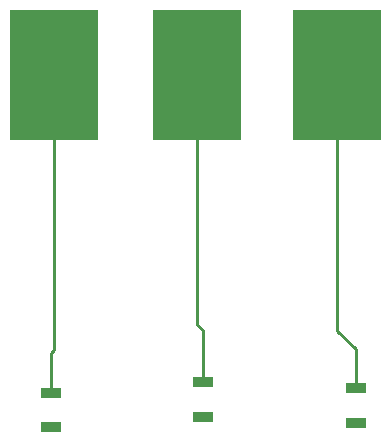
<source format=gbr>
G04 #@! TF.FileFunction,Copper,L2,Bot,Signal*
%FSLAX46Y46*%
G04 Gerber Fmt 4.6, Leading zero omitted, Abs format (unit mm)*
G04 Created by KiCad (PCBNEW 4.0.7) date 03/14/19 05:19:24*
%MOMM*%
%LPD*%
G01*
G04 APERTURE LIST*
%ADD10C,0.100000*%
%ADD11R,1.700000X0.900000*%
%ADD12R,7.500000X11.000000*%
%ADD13C,0.250000*%
G04 APERTURE END LIST*
D10*
D11*
X142370000Y-63630000D03*
X142370000Y-66530000D03*
X129410000Y-63120000D03*
X129410000Y-66020000D03*
X116590000Y-64010000D03*
X116590000Y-66910000D03*
D12*
X140790000Y-37110000D03*
X128890000Y-37110000D03*
X116790000Y-37110000D03*
D13*
X142370000Y-63630000D02*
X142370000Y-60310000D01*
X140790000Y-58730000D02*
X140790000Y-37110000D01*
X142370000Y-60310000D02*
X140790000Y-58730000D01*
X129410000Y-63120000D02*
X129410000Y-58740000D01*
X128890000Y-58220000D02*
X128890000Y-37110000D01*
X129410000Y-58740000D02*
X128890000Y-58220000D01*
X116590000Y-64010000D02*
X116590000Y-60610000D01*
X116790000Y-60410000D02*
X116790000Y-37110000D01*
X116590000Y-60610000D02*
X116790000Y-60410000D01*
M02*

</source>
